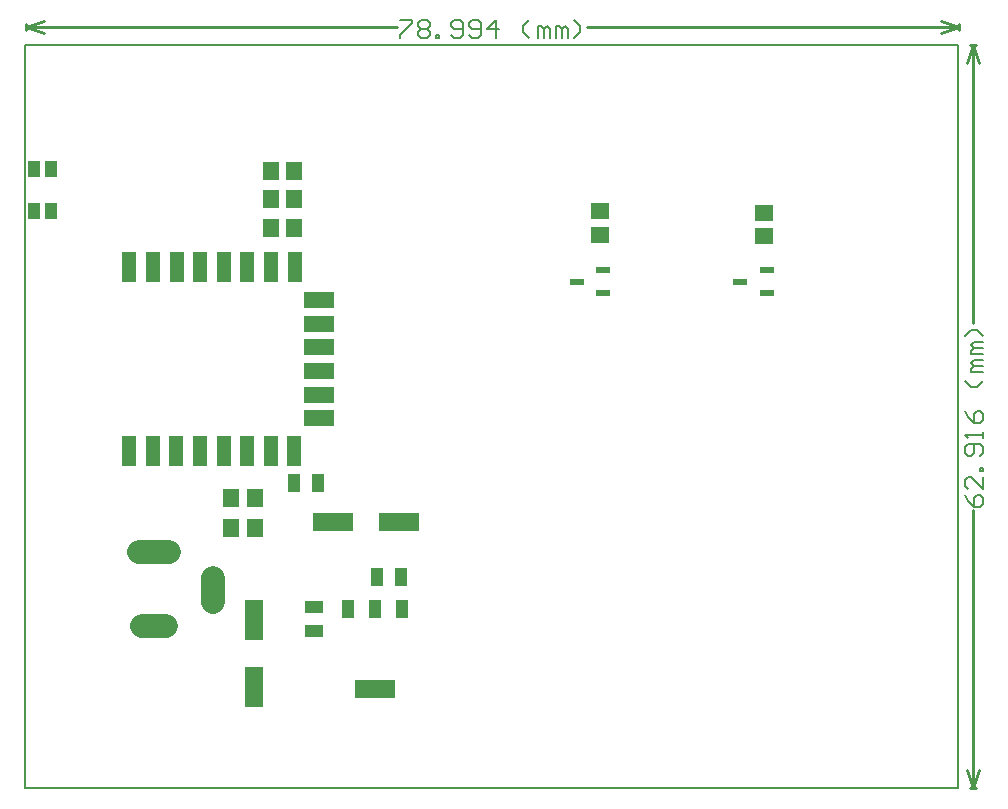
<source format=gtp>
G04 Layer_Color=8421504*
%FSLAX44Y44*%
%MOMM*%
G71*
G01*
G75*
%ADD10R,1.0500X1.4000*%
%ADD11R,1.1500X0.6000*%
%ADD12R,1.4000X1.5000*%
%ADD13R,1.1430X2.5400*%
%ADD14R,2.5400X1.3970*%
%ADD15R,1.1000X1.5500*%
%ADD16R,1.1000X1.5500*%
%ADD17R,3.4500X1.5500*%
%ADD18R,1.0160X1.5240*%
%ADD19R,1.5240X1.0160*%
%ADD20R,1.6000X3.5000*%
%ADD21R,3.5000X1.6000*%
%ADD22R,1.5000X1.4000*%
%ADD23C,0.1270*%
%ADD27C,0.2540*%
%ADD28C,2.0160*%
%ADD29C,0.1524*%
D10*
X276490Y726660D02*
D03*
X261990D02*
D03*
Y690660D02*
D03*
X276490D02*
D03*
D11*
X859970Y631190D02*
D03*
X882470Y640690D02*
D03*
Y621690D02*
D03*
X721540Y631190D02*
D03*
X744040Y640690D02*
D03*
Y621690D02*
D03*
D12*
X482600Y725170D02*
D03*
X462600D02*
D03*
X482600Y701040D02*
D03*
X462600D02*
D03*
X482600Y676910D02*
D03*
X462600D02*
D03*
X429260Y448310D02*
D03*
X449260D02*
D03*
X429260Y422910D02*
D03*
X449260D02*
D03*
D13*
X342900Y487680D02*
D03*
X362712D02*
D03*
X382778D02*
D03*
X402590D02*
D03*
X422910D02*
D03*
X442722D02*
D03*
X462534D02*
D03*
X482600D02*
D03*
X482854Y643890D02*
D03*
X462788D02*
D03*
X442976D02*
D03*
X422910Y643636D02*
D03*
X402844D02*
D03*
X383032D02*
D03*
X362712D02*
D03*
X342900D02*
D03*
D14*
X503428Y515620D02*
D03*
Y535432D02*
D03*
Y555244D02*
D03*
Y575564D02*
D03*
Y595376D02*
D03*
Y615696D02*
D03*
D15*
X574180Y353790D02*
D03*
D16*
X551180D02*
D03*
X528180D02*
D03*
D17*
X551180Y286290D02*
D03*
D18*
X552450Y381000D02*
D03*
X572770D02*
D03*
X482600Y461010D02*
D03*
X502920D02*
D03*
D19*
X499110Y355600D02*
D03*
Y335280D02*
D03*
D20*
X448310Y288230D02*
D03*
Y344230D02*
D03*
D21*
X571560Y427990D02*
D03*
X515560D02*
D03*
D22*
X741680Y690560D02*
D03*
Y670560D02*
D03*
X880110Y689610D02*
D03*
Y669610D02*
D03*
D23*
X255016Y831342D02*
X1044956D01*
Y202184D02*
Y831342D01*
X255016Y202184D02*
X1044956D01*
X255016D02*
Y831342D01*
D27*
X1054354D02*
X1059434D01*
X1054354Y202184D02*
X1059434D01*
X1056894Y831342D02*
X1061974Y816102D01*
X1051814D02*
X1056894Y831342D01*
Y202184D02*
X1061974Y217424D01*
X1051814D02*
X1056894Y202184D01*
Y595733D02*
Y831342D01*
Y202184D02*
Y437793D01*
X1044977Y843788D02*
Y848868D01*
X255037Y843788D02*
Y848868D01*
X1029737Y841248D02*
X1044977Y846328D01*
X1029737Y851408D02*
X1044977Y846328D01*
X255037D02*
X270277Y841248D01*
X255037Y846328D02*
X270277Y851408D01*
X730246Y846328D02*
X1044977D01*
X255037D02*
X569768D01*
D28*
X351266Y401824D02*
X376266D01*
X413766Y359824D02*
Y379824D01*
X353766Y339824D02*
X373766D01*
D29*
X1050800Y450490D02*
X1053340Y445412D01*
X1058418Y440333D01*
X1063496D01*
X1066036Y442872D01*
Y447951D01*
X1063496Y450490D01*
X1060957D01*
X1058418Y447951D01*
Y440333D01*
X1066036Y465725D02*
Y455568D01*
X1055879Y465725D01*
X1053340D01*
X1050800Y463186D01*
Y458107D01*
X1053340Y455568D01*
X1066036Y470803D02*
X1063496D01*
Y473343D01*
X1066036D01*
Y470803D01*
X1063496Y483499D02*
X1066036Y486038D01*
Y491117D01*
X1063496Y493656D01*
X1053340D01*
X1050800Y491117D01*
Y486038D01*
X1053340Y483499D01*
X1055879D01*
X1058418Y486038D01*
Y493656D01*
X1066036Y498734D02*
Y503813D01*
Y501273D01*
X1050800D01*
X1053340Y498734D01*
X1050800Y521587D02*
X1053340Y516509D01*
X1058418Y511430D01*
X1063496D01*
X1066036Y513969D01*
Y519048D01*
X1063496Y521587D01*
X1060957D01*
X1058418Y519048D01*
Y511430D01*
X1066036Y546979D02*
X1060957Y541900D01*
X1055879D01*
X1050800Y546979D01*
X1066036Y554596D02*
X1055879D01*
Y557135D01*
X1058418Y559675D01*
X1066036D01*
X1058418D01*
X1055879Y562214D01*
X1058418Y564753D01*
X1066036D01*
Y569831D02*
X1055879D01*
Y572370D01*
X1058418Y574910D01*
X1066036D01*
X1058418D01*
X1055879Y577449D01*
X1058418Y579988D01*
X1066036D01*
Y585066D02*
X1060957Y590145D01*
X1055879D01*
X1050800Y585066D01*
X572308Y852421D02*
X582464D01*
Y849882D01*
X572308Y839726D01*
Y837187D01*
X587543Y849882D02*
X590082Y852421D01*
X595160D01*
X597699Y849882D01*
Y847343D01*
X595160Y844804D01*
X597699Y842265D01*
Y839726D01*
X595160Y837187D01*
X590082D01*
X587543Y839726D01*
Y842265D01*
X590082Y844804D01*
X587543Y847343D01*
Y849882D01*
X590082Y844804D02*
X595160D01*
X602778Y837187D02*
Y839726D01*
X605317D01*
Y837187D01*
X602778D01*
X615474Y839726D02*
X618013Y837187D01*
X623091D01*
X625630Y839726D01*
Y849882D01*
X623091Y852421D01*
X618013D01*
X615474Y849882D01*
Y847343D01*
X618013Y844804D01*
X625630D01*
X630709Y839726D02*
X633248Y837187D01*
X638326D01*
X640865Y839726D01*
Y849882D01*
X638326Y852421D01*
X633248D01*
X630709Y849882D01*
Y847343D01*
X633248Y844804D01*
X640865D01*
X653561Y837187D02*
Y852421D01*
X645944Y844804D01*
X656100D01*
X681492Y837187D02*
X676414Y842265D01*
Y847343D01*
X681492Y852421D01*
X689110Y837187D02*
Y847343D01*
X691649D01*
X694188Y844804D01*
Y837187D01*
Y844804D01*
X696727Y847343D01*
X699267Y844804D01*
Y837187D01*
X704345D02*
Y847343D01*
X706884D01*
X709423Y844804D01*
Y837187D01*
Y844804D01*
X711962Y847343D01*
X714502Y844804D01*
Y837187D01*
X719580D02*
X724658Y842265D01*
Y847343D01*
X719580Y852421D01*
M02*

</source>
